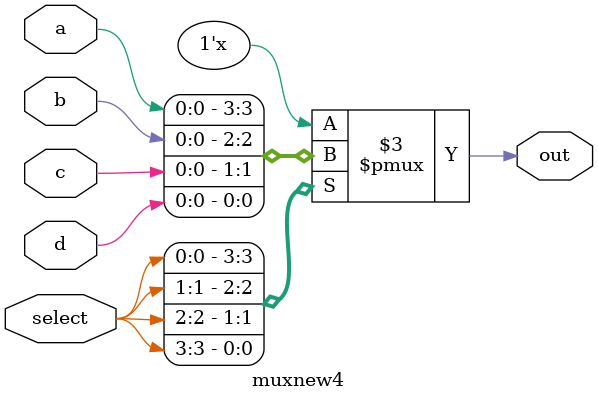
<source format=v>
/* Parallel_case can be used with case statements 
to get a mux structure rather than a priority encoder
structure. The case statement 
is defined to execute the first (and only the first) statement 
who's tag matches the select value. 

If the select bus is being driven from outside the current 
module, the current module has no information about the 
legal values of select, and a chain of disabling logic 
must be created so that a match on a statement's tag disables 
all following statements. Since we know that the only legal 
values of select are 4'b1000, 4'b0100, 4'b0010, and 4'b0001, 
then only one of the tags can be matched at a time and tag 
matching logic can be parallel and independent instead of 
chained. To instruct Synplify-Lite to create this parallel 
structure, use the parallel_case directive as follows: */

module muxnew4(out, a, b, c, d, select);
output out;
input a, b, c, d;
input [3:0] select;
reg out;

always @(select or a or b or c or d)
begin
	casez (select) // synthesis parallel_case
		4'b???1: out = a;
		4'b??1?: out = b;
		4'b?1??: out = c;
		4'b1???: out = d;
		default: out = 'bx;
	endcase
end

/* If the select bus is decoded within the same module as 
the case statement, Synplify-Lite automatically determine 
parallelism of the tag matches, and the parallel case 
directive is unnecessary. */
endmodule

/* See also: muxnew1.v, muxnew2.v, and muxnew3.v */

</source>
